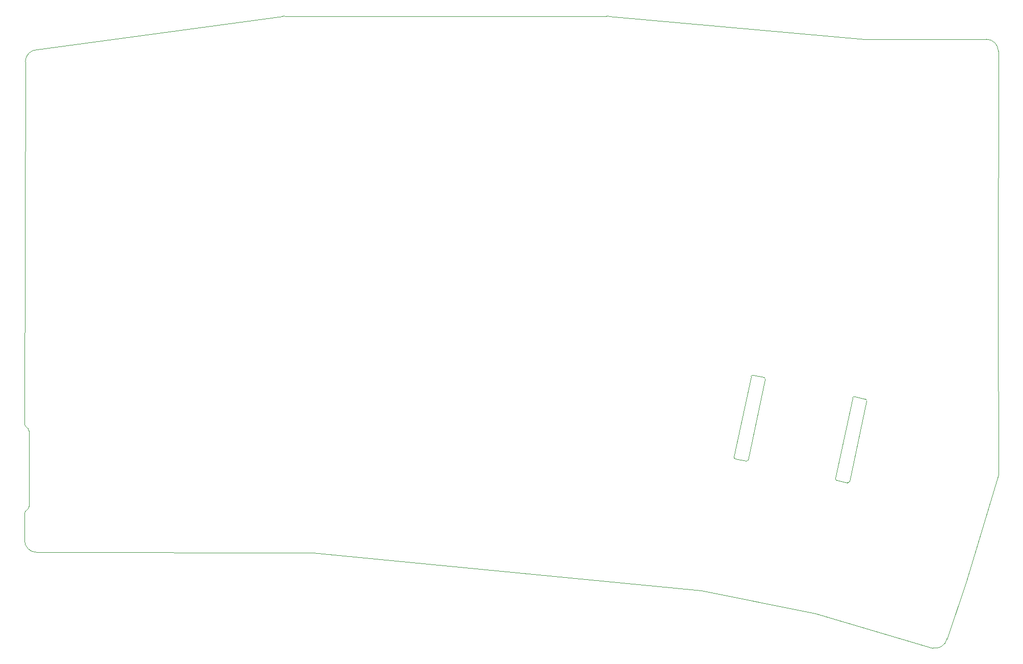
<source format=gbr>
%TF.GenerationSoftware,KiCad,Pcbnew,8.0.3+1*%
%TF.CreationDate,2024-08-06T22:55:28-04:00*%
%TF.ProjectId,iyada_flip,69796164-615f-4666-9c69-702e6b696361,rev?*%
%TF.SameCoordinates,Original*%
%TF.FileFunction,Profile,NP*%
%FSLAX46Y46*%
G04 Gerber Fmt 4.6, Leading zero omitted, Abs format (unit mm)*
G04 Created by KiCad (PCBNEW 8.0.3+1) date 2024-08-06 22:55:28*
%MOMM*%
%LPD*%
G01*
G04 APERTURE LIST*
%TA.AperFunction,Profile*%
%ADD10C,0.050000*%
%TD*%
G04 APERTURE END LIST*
D10*
X167674889Y-44841616D02*
X114300009Y-44841012D01*
X202341005Y-143915999D02*
X221845203Y-149677473D01*
X113923619Y-44877835D02*
X73188008Y-50418015D01*
X227471007Y-138606010D02*
X232747251Y-120945409D01*
X230737010Y-48673009D02*
X210572395Y-48674845D01*
X232747251Y-120945409D02*
X232713965Y-93018961D01*
X118871015Y-133856000D02*
X183431003Y-140105999D01*
X71079586Y-127393057D02*
G75*
G02*
X71486590Y-126748765I713214J157D01*
G01*
X71374013Y-113021705D02*
G75*
G02*
X71781046Y-113666000I-306413J-644295D01*
G01*
X227471007Y-138606010D02*
X224217309Y-148137000D01*
X183431003Y-140105999D02*
X202341005Y-143915999D01*
X224217309Y-148137000D02*
G75*
G02*
X221845212Y-149677433I-1956309J415900D01*
G01*
X71786003Y-123666007D02*
X71791004Y-126165997D01*
X71188001Y-52418007D02*
G75*
G02*
X73188008Y-50418001I1999999J7D01*
G01*
X71069590Y-112438955D02*
X71188001Y-52418007D01*
X113923619Y-44877835D02*
G75*
G02*
X114300009Y-44841021I359681J-1734865D01*
G01*
X230737010Y-48673009D02*
G75*
G02*
X232736991Y-50673000I90J-1999891D01*
G01*
X73063292Y-133794222D02*
G75*
G02*
X71063278Y-131794211I8J2000022D01*
G01*
X210572395Y-48674845D02*
X168051275Y-44878441D01*
X71781006Y-113666000D02*
X71786003Y-123666007D01*
X73063292Y-133794222D02*
X118871015Y-133856000D01*
X71791004Y-126165997D02*
G75*
G02*
X71486583Y-126748755I-709804J-103D01*
G01*
X71079586Y-127393057D02*
X71063303Y-131794211D01*
X232713965Y-93018961D02*
X232737004Y-50673000D01*
X71374013Y-113021718D02*
G75*
G02*
X71069549Y-112438955I405787J582918D01*
G01*
X167674889Y-44841616D02*
G75*
G02*
X168051276Y-44878437I16511J-1773384D01*
G01*
%TO.C,REF\u002A\u002A*%
X205920902Y-121870882D02*
X207681559Y-122245116D01*
X208037379Y-122014049D02*
X210864978Y-108711241D01*
X208517415Y-108212247D02*
X205689825Y-121515061D01*
X210633907Y-108355424D02*
X208873255Y-107981185D01*
X205920902Y-121870882D02*
G75*
G02*
X205689824Y-121515061I62367J293447D01*
G01*
X208037379Y-122014049D02*
G75*
G02*
X207681558Y-122245119I-293444J62373D01*
G01*
X208517415Y-108212247D02*
G75*
G02*
X208873257Y-107981176I293453J-62380D01*
G01*
X210633907Y-108355424D02*
G75*
G02*
X210864978Y-108711241I-62373J-293444D01*
G01*
X189084530Y-118292192D02*
X190845196Y-118666433D01*
X191201017Y-118435368D02*
X194028614Y-105132551D01*
X191681058Y-104633567D02*
X188853456Y-117936371D01*
X193797548Y-104776739D02*
X192036876Y-104402496D01*
X189084530Y-118292192D02*
G75*
G02*
X188853459Y-117936372I62373J293445D01*
G01*
X191201017Y-118435368D02*
G75*
G02*
X190845195Y-118666437I-293448J62380D01*
G01*
X191681058Y-104633567D02*
G75*
G02*
X192036876Y-104402496I293444J-62373D01*
G01*
X193797548Y-104776739D02*
G75*
G02*
X194028612Y-105132551I-62380J-293442D01*
G01*
%TD*%
M02*

</source>
